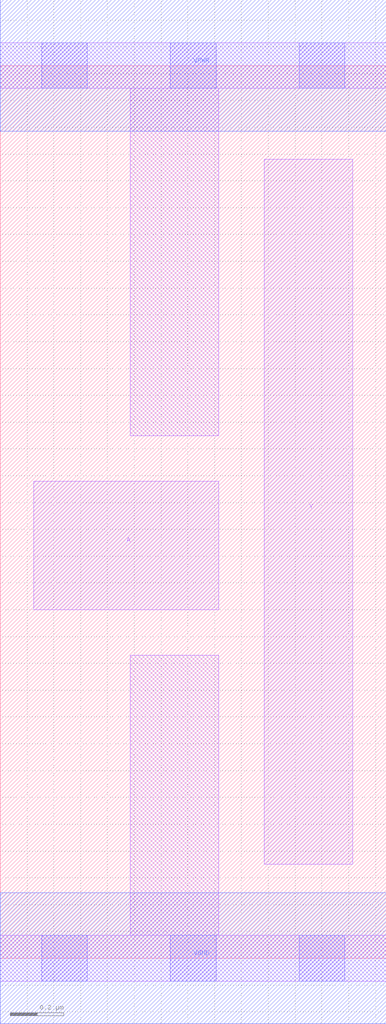
<source format=lef>
# Copyright 2020 The SkyWater PDK Authors
#
# Licensed under the Apache License, Version 2.0 (the "License");
# you may not use this file except in compliance with the License.
# You may obtain a copy of the License at
#
#     https://www.apache.org/licenses/LICENSE-2.0
#
# Unless required by applicable law or agreed to in writing, software
# distributed under the License is distributed on an "AS IS" BASIS,
# WITHOUT WARRANTIES OR CONDITIONS OF ANY KIND, either express or implied.
# See the License for the specific language governing permissions and
# limitations under the License.
#
# SPDX-License-Identifier: Apache-2.0

VERSION 5.7 ;
  NAMESCASESENSITIVE ON ;
  NOWIREEXTENSIONATPIN ON ;
  DIVIDERCHAR "/" ;
  BUSBITCHARS "[]" ;
UNITS
  DATABASE MICRONS 200 ;
END UNITS
MACRO sky130_fd_sc_hs__inv_1
  CLASS CORE ;
  FOREIGN sky130_fd_sc_hs__inv_1 ;
  ORIGIN  0.000000  0.000000 ;
  SIZE  1.440000 BY  3.330000 ;
  SYMMETRY X Y ;
  SITE unit ;
  PIN A
    ANTENNAGATEAREA  0.279000 ;
    DIRECTION INPUT ;
    USE SIGNAL ;
    PORT
      LAYER li1 ;
        RECT 0.125000 1.300000 0.815000 1.780000 ;
    END
  END A
  PIN Y
    ANTENNADIFFAREA  0.541300 ;
    DIRECTION OUTPUT ;
    USE SIGNAL ;
    PORT
      LAYER li1 ;
        RECT 0.985000 0.350000 1.315000 2.980000 ;
    END
  END Y
  PIN VGND
    DIRECTION INOUT ;
    USE GROUND ;
    PORT
      LAYER met1 ;
        RECT 0.000000 -0.245000 1.440000 0.245000 ;
    END
  END VGND
  PIN VPWR
    DIRECTION INOUT ;
    USE POWER ;
    PORT
      LAYER met1 ;
        RECT 0.000000 3.085000 1.440000 3.575000 ;
    END
  END VPWR
  OBS
    LAYER li1 ;
      RECT 0.000000 -0.085000 1.440000 0.085000 ;
      RECT 0.000000  3.245000 1.440000 3.415000 ;
      RECT 0.485000  0.085000 0.815000 1.130000 ;
      RECT 0.485000  1.950000 0.815000 3.245000 ;
    LAYER mcon ;
      RECT 0.155000 -0.085000 0.325000 0.085000 ;
      RECT 0.155000  3.245000 0.325000 3.415000 ;
      RECT 0.635000 -0.085000 0.805000 0.085000 ;
      RECT 0.635000  3.245000 0.805000 3.415000 ;
      RECT 1.115000 -0.085000 1.285000 0.085000 ;
      RECT 1.115000  3.245000 1.285000 3.415000 ;
  END
END sky130_fd_sc_hs__inv_1
END LIBRARY

</source>
